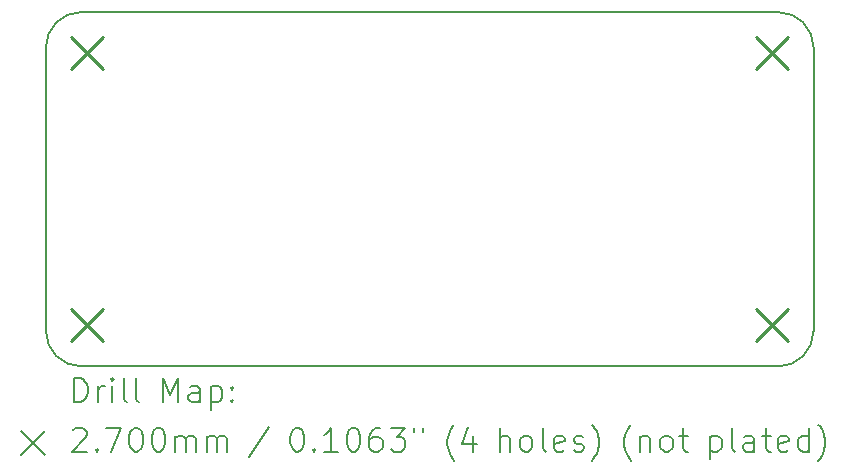
<source format=gbr>
%TF.GenerationSoftware,KiCad,Pcbnew,(7.0.0)*%
%TF.CreationDate,2023-08-14T16:39:57+01:00*%
%TF.ProjectId,DevKit2022-Kicad7,4465764b-6974-4323-9032-322d4b696361,v1.0*%
%TF.SameCoordinates,Original*%
%TF.FileFunction,Drillmap*%
%TF.FilePolarity,Positive*%
%FSLAX45Y45*%
G04 Gerber Fmt 4.5, Leading zero omitted, Abs format (unit mm)*
G04 Created by KiCad (PCBNEW (7.0.0)) date 2023-08-14 16:39:57*
%MOMM*%
%LPD*%
G01*
G04 APERTURE LIST*
%ADD10C,0.150000*%
%ADD11C,0.200000*%
%ADD12C,0.270000*%
G04 APERTURE END LIST*
D10*
X20844000Y-10448200D02*
G75*
G03*
X20544000Y-10148200I-300000J0D01*
G01*
X14344000Y-12848200D02*
G75*
G03*
X14644000Y-13148200I300000J0D01*
G01*
X14644000Y-10148200D02*
G75*
G03*
X14344000Y-10448200I0J-300000D01*
G01*
X14344000Y-12848200D02*
X14344000Y-10448200D01*
X14644000Y-10148200D02*
X20544000Y-10148200D01*
X20844000Y-10448200D02*
X20844000Y-12848200D01*
X20544000Y-13148200D02*
G75*
G03*
X20844000Y-12848200I0J300000D01*
G01*
X20494000Y-13148200D02*
X20544000Y-13148200D01*
X14694000Y-13148200D02*
X20494000Y-13148200D01*
X14694000Y-13148200D02*
X14644000Y-13148200D01*
D11*
D12*
X14559000Y-10363200D02*
X14829000Y-10633200D01*
X14829000Y-10363200D02*
X14559000Y-10633200D01*
X14559000Y-12664440D02*
X14829000Y-12934440D01*
X14829000Y-12664440D02*
X14559000Y-12934440D01*
X20357820Y-12664440D02*
X20627820Y-12934440D01*
X20627820Y-12664440D02*
X20357820Y-12934440D01*
X20359344Y-10363200D02*
X20629344Y-10633200D01*
X20629344Y-10363200D02*
X20359344Y-10633200D01*
D11*
X14584119Y-13449176D02*
X14584119Y-13249176D01*
X14584119Y-13249176D02*
X14631738Y-13249176D01*
X14631738Y-13249176D02*
X14660309Y-13258700D01*
X14660309Y-13258700D02*
X14679357Y-13277748D01*
X14679357Y-13277748D02*
X14688881Y-13296795D01*
X14688881Y-13296795D02*
X14698405Y-13334890D01*
X14698405Y-13334890D02*
X14698405Y-13363462D01*
X14698405Y-13363462D02*
X14688881Y-13401557D01*
X14688881Y-13401557D02*
X14679357Y-13420605D01*
X14679357Y-13420605D02*
X14660309Y-13439652D01*
X14660309Y-13439652D02*
X14631738Y-13449176D01*
X14631738Y-13449176D02*
X14584119Y-13449176D01*
X14784119Y-13449176D02*
X14784119Y-13315843D01*
X14784119Y-13353938D02*
X14793643Y-13334890D01*
X14793643Y-13334890D02*
X14803167Y-13325367D01*
X14803167Y-13325367D02*
X14822214Y-13315843D01*
X14822214Y-13315843D02*
X14841262Y-13315843D01*
X14907928Y-13449176D02*
X14907928Y-13315843D01*
X14907928Y-13249176D02*
X14898405Y-13258700D01*
X14898405Y-13258700D02*
X14907928Y-13268224D01*
X14907928Y-13268224D02*
X14917452Y-13258700D01*
X14917452Y-13258700D02*
X14907928Y-13249176D01*
X14907928Y-13249176D02*
X14907928Y-13268224D01*
X15031738Y-13449176D02*
X15012690Y-13439652D01*
X15012690Y-13439652D02*
X15003167Y-13420605D01*
X15003167Y-13420605D02*
X15003167Y-13249176D01*
X15136500Y-13449176D02*
X15117452Y-13439652D01*
X15117452Y-13439652D02*
X15107928Y-13420605D01*
X15107928Y-13420605D02*
X15107928Y-13249176D01*
X15332690Y-13449176D02*
X15332690Y-13249176D01*
X15332690Y-13249176D02*
X15399357Y-13392033D01*
X15399357Y-13392033D02*
X15466024Y-13249176D01*
X15466024Y-13249176D02*
X15466024Y-13449176D01*
X15646976Y-13449176D02*
X15646976Y-13344414D01*
X15646976Y-13344414D02*
X15637452Y-13325367D01*
X15637452Y-13325367D02*
X15618405Y-13315843D01*
X15618405Y-13315843D02*
X15580309Y-13315843D01*
X15580309Y-13315843D02*
X15561262Y-13325367D01*
X15646976Y-13439652D02*
X15627928Y-13449176D01*
X15627928Y-13449176D02*
X15580309Y-13449176D01*
X15580309Y-13449176D02*
X15561262Y-13439652D01*
X15561262Y-13439652D02*
X15551738Y-13420605D01*
X15551738Y-13420605D02*
X15551738Y-13401557D01*
X15551738Y-13401557D02*
X15561262Y-13382509D01*
X15561262Y-13382509D02*
X15580309Y-13372986D01*
X15580309Y-13372986D02*
X15627928Y-13372986D01*
X15627928Y-13372986D02*
X15646976Y-13363462D01*
X15742214Y-13315843D02*
X15742214Y-13515843D01*
X15742214Y-13325367D02*
X15761262Y-13315843D01*
X15761262Y-13315843D02*
X15799357Y-13315843D01*
X15799357Y-13315843D02*
X15818405Y-13325367D01*
X15818405Y-13325367D02*
X15827928Y-13334890D01*
X15827928Y-13334890D02*
X15837452Y-13353938D01*
X15837452Y-13353938D02*
X15837452Y-13411081D01*
X15837452Y-13411081D02*
X15827928Y-13430128D01*
X15827928Y-13430128D02*
X15818405Y-13439652D01*
X15818405Y-13439652D02*
X15799357Y-13449176D01*
X15799357Y-13449176D02*
X15761262Y-13449176D01*
X15761262Y-13449176D02*
X15742214Y-13439652D01*
X15923167Y-13430128D02*
X15932690Y-13439652D01*
X15932690Y-13439652D02*
X15923167Y-13449176D01*
X15923167Y-13449176D02*
X15913643Y-13439652D01*
X15913643Y-13439652D02*
X15923167Y-13430128D01*
X15923167Y-13430128D02*
X15923167Y-13449176D01*
X15923167Y-13325367D02*
X15932690Y-13334890D01*
X15932690Y-13334890D02*
X15923167Y-13344414D01*
X15923167Y-13344414D02*
X15913643Y-13334890D01*
X15913643Y-13334890D02*
X15923167Y-13325367D01*
X15923167Y-13325367D02*
X15923167Y-13344414D01*
X14136500Y-13695700D02*
X14336500Y-13895700D01*
X14336500Y-13695700D02*
X14136500Y-13895700D01*
X14574595Y-13688224D02*
X14584119Y-13678700D01*
X14584119Y-13678700D02*
X14603167Y-13669176D01*
X14603167Y-13669176D02*
X14650786Y-13669176D01*
X14650786Y-13669176D02*
X14669833Y-13678700D01*
X14669833Y-13678700D02*
X14679357Y-13688224D01*
X14679357Y-13688224D02*
X14688881Y-13707271D01*
X14688881Y-13707271D02*
X14688881Y-13726319D01*
X14688881Y-13726319D02*
X14679357Y-13754890D01*
X14679357Y-13754890D02*
X14565071Y-13869176D01*
X14565071Y-13869176D02*
X14688881Y-13869176D01*
X14774595Y-13850128D02*
X14784119Y-13859652D01*
X14784119Y-13859652D02*
X14774595Y-13869176D01*
X14774595Y-13869176D02*
X14765071Y-13859652D01*
X14765071Y-13859652D02*
X14774595Y-13850128D01*
X14774595Y-13850128D02*
X14774595Y-13869176D01*
X14850786Y-13669176D02*
X14984119Y-13669176D01*
X14984119Y-13669176D02*
X14898405Y-13869176D01*
X15098405Y-13669176D02*
X15117452Y-13669176D01*
X15117452Y-13669176D02*
X15136500Y-13678700D01*
X15136500Y-13678700D02*
X15146024Y-13688224D01*
X15146024Y-13688224D02*
X15155548Y-13707271D01*
X15155548Y-13707271D02*
X15165071Y-13745367D01*
X15165071Y-13745367D02*
X15165071Y-13792986D01*
X15165071Y-13792986D02*
X15155548Y-13831081D01*
X15155548Y-13831081D02*
X15146024Y-13850128D01*
X15146024Y-13850128D02*
X15136500Y-13859652D01*
X15136500Y-13859652D02*
X15117452Y-13869176D01*
X15117452Y-13869176D02*
X15098405Y-13869176D01*
X15098405Y-13869176D02*
X15079357Y-13859652D01*
X15079357Y-13859652D02*
X15069833Y-13850128D01*
X15069833Y-13850128D02*
X15060309Y-13831081D01*
X15060309Y-13831081D02*
X15050786Y-13792986D01*
X15050786Y-13792986D02*
X15050786Y-13745367D01*
X15050786Y-13745367D02*
X15060309Y-13707271D01*
X15060309Y-13707271D02*
X15069833Y-13688224D01*
X15069833Y-13688224D02*
X15079357Y-13678700D01*
X15079357Y-13678700D02*
X15098405Y-13669176D01*
X15288881Y-13669176D02*
X15307929Y-13669176D01*
X15307929Y-13669176D02*
X15326976Y-13678700D01*
X15326976Y-13678700D02*
X15336500Y-13688224D01*
X15336500Y-13688224D02*
X15346024Y-13707271D01*
X15346024Y-13707271D02*
X15355548Y-13745367D01*
X15355548Y-13745367D02*
X15355548Y-13792986D01*
X15355548Y-13792986D02*
X15346024Y-13831081D01*
X15346024Y-13831081D02*
X15336500Y-13850128D01*
X15336500Y-13850128D02*
X15326976Y-13859652D01*
X15326976Y-13859652D02*
X15307929Y-13869176D01*
X15307929Y-13869176D02*
X15288881Y-13869176D01*
X15288881Y-13869176D02*
X15269833Y-13859652D01*
X15269833Y-13859652D02*
X15260309Y-13850128D01*
X15260309Y-13850128D02*
X15250786Y-13831081D01*
X15250786Y-13831081D02*
X15241262Y-13792986D01*
X15241262Y-13792986D02*
X15241262Y-13745367D01*
X15241262Y-13745367D02*
X15250786Y-13707271D01*
X15250786Y-13707271D02*
X15260309Y-13688224D01*
X15260309Y-13688224D02*
X15269833Y-13678700D01*
X15269833Y-13678700D02*
X15288881Y-13669176D01*
X15441262Y-13869176D02*
X15441262Y-13735843D01*
X15441262Y-13754890D02*
X15450786Y-13745367D01*
X15450786Y-13745367D02*
X15469833Y-13735843D01*
X15469833Y-13735843D02*
X15498405Y-13735843D01*
X15498405Y-13735843D02*
X15517452Y-13745367D01*
X15517452Y-13745367D02*
X15526976Y-13764414D01*
X15526976Y-13764414D02*
X15526976Y-13869176D01*
X15526976Y-13764414D02*
X15536500Y-13745367D01*
X15536500Y-13745367D02*
X15555548Y-13735843D01*
X15555548Y-13735843D02*
X15584119Y-13735843D01*
X15584119Y-13735843D02*
X15603167Y-13745367D01*
X15603167Y-13745367D02*
X15612690Y-13764414D01*
X15612690Y-13764414D02*
X15612690Y-13869176D01*
X15707929Y-13869176D02*
X15707929Y-13735843D01*
X15707929Y-13754890D02*
X15717452Y-13745367D01*
X15717452Y-13745367D02*
X15736500Y-13735843D01*
X15736500Y-13735843D02*
X15765071Y-13735843D01*
X15765071Y-13735843D02*
X15784119Y-13745367D01*
X15784119Y-13745367D02*
X15793643Y-13764414D01*
X15793643Y-13764414D02*
X15793643Y-13869176D01*
X15793643Y-13764414D02*
X15803167Y-13745367D01*
X15803167Y-13745367D02*
X15822214Y-13735843D01*
X15822214Y-13735843D02*
X15850786Y-13735843D01*
X15850786Y-13735843D02*
X15869833Y-13745367D01*
X15869833Y-13745367D02*
X15879357Y-13764414D01*
X15879357Y-13764414D02*
X15879357Y-13869176D01*
X16237452Y-13659652D02*
X16066024Y-13916795D01*
X16462214Y-13669176D02*
X16481262Y-13669176D01*
X16481262Y-13669176D02*
X16500310Y-13678700D01*
X16500310Y-13678700D02*
X16509833Y-13688224D01*
X16509833Y-13688224D02*
X16519357Y-13707271D01*
X16519357Y-13707271D02*
X16528881Y-13745367D01*
X16528881Y-13745367D02*
X16528881Y-13792986D01*
X16528881Y-13792986D02*
X16519357Y-13831081D01*
X16519357Y-13831081D02*
X16509833Y-13850128D01*
X16509833Y-13850128D02*
X16500310Y-13859652D01*
X16500310Y-13859652D02*
X16481262Y-13869176D01*
X16481262Y-13869176D02*
X16462214Y-13869176D01*
X16462214Y-13869176D02*
X16443167Y-13859652D01*
X16443167Y-13859652D02*
X16433643Y-13850128D01*
X16433643Y-13850128D02*
X16424119Y-13831081D01*
X16424119Y-13831081D02*
X16414595Y-13792986D01*
X16414595Y-13792986D02*
X16414595Y-13745367D01*
X16414595Y-13745367D02*
X16424119Y-13707271D01*
X16424119Y-13707271D02*
X16433643Y-13688224D01*
X16433643Y-13688224D02*
X16443167Y-13678700D01*
X16443167Y-13678700D02*
X16462214Y-13669176D01*
X16614595Y-13850128D02*
X16624119Y-13859652D01*
X16624119Y-13859652D02*
X16614595Y-13869176D01*
X16614595Y-13869176D02*
X16605071Y-13859652D01*
X16605071Y-13859652D02*
X16614595Y-13850128D01*
X16614595Y-13850128D02*
X16614595Y-13869176D01*
X16814595Y-13869176D02*
X16700310Y-13869176D01*
X16757452Y-13869176D02*
X16757452Y-13669176D01*
X16757452Y-13669176D02*
X16738405Y-13697748D01*
X16738405Y-13697748D02*
X16719357Y-13716795D01*
X16719357Y-13716795D02*
X16700310Y-13726319D01*
X16938405Y-13669176D02*
X16957453Y-13669176D01*
X16957453Y-13669176D02*
X16976500Y-13678700D01*
X16976500Y-13678700D02*
X16986024Y-13688224D01*
X16986024Y-13688224D02*
X16995548Y-13707271D01*
X16995548Y-13707271D02*
X17005072Y-13745367D01*
X17005072Y-13745367D02*
X17005072Y-13792986D01*
X17005072Y-13792986D02*
X16995548Y-13831081D01*
X16995548Y-13831081D02*
X16986024Y-13850128D01*
X16986024Y-13850128D02*
X16976500Y-13859652D01*
X16976500Y-13859652D02*
X16957453Y-13869176D01*
X16957453Y-13869176D02*
X16938405Y-13869176D01*
X16938405Y-13869176D02*
X16919357Y-13859652D01*
X16919357Y-13859652D02*
X16909833Y-13850128D01*
X16909833Y-13850128D02*
X16900310Y-13831081D01*
X16900310Y-13831081D02*
X16890786Y-13792986D01*
X16890786Y-13792986D02*
X16890786Y-13745367D01*
X16890786Y-13745367D02*
X16900310Y-13707271D01*
X16900310Y-13707271D02*
X16909833Y-13688224D01*
X16909833Y-13688224D02*
X16919357Y-13678700D01*
X16919357Y-13678700D02*
X16938405Y-13669176D01*
X17176500Y-13669176D02*
X17138405Y-13669176D01*
X17138405Y-13669176D02*
X17119357Y-13678700D01*
X17119357Y-13678700D02*
X17109833Y-13688224D01*
X17109833Y-13688224D02*
X17090786Y-13716795D01*
X17090786Y-13716795D02*
X17081262Y-13754890D01*
X17081262Y-13754890D02*
X17081262Y-13831081D01*
X17081262Y-13831081D02*
X17090786Y-13850128D01*
X17090786Y-13850128D02*
X17100310Y-13859652D01*
X17100310Y-13859652D02*
X17119357Y-13869176D01*
X17119357Y-13869176D02*
X17157453Y-13869176D01*
X17157453Y-13869176D02*
X17176500Y-13859652D01*
X17176500Y-13859652D02*
X17186024Y-13850128D01*
X17186024Y-13850128D02*
X17195548Y-13831081D01*
X17195548Y-13831081D02*
X17195548Y-13783462D01*
X17195548Y-13783462D02*
X17186024Y-13764414D01*
X17186024Y-13764414D02*
X17176500Y-13754890D01*
X17176500Y-13754890D02*
X17157453Y-13745367D01*
X17157453Y-13745367D02*
X17119357Y-13745367D01*
X17119357Y-13745367D02*
X17100310Y-13754890D01*
X17100310Y-13754890D02*
X17090786Y-13764414D01*
X17090786Y-13764414D02*
X17081262Y-13783462D01*
X17262214Y-13669176D02*
X17386024Y-13669176D01*
X17386024Y-13669176D02*
X17319357Y-13745367D01*
X17319357Y-13745367D02*
X17347929Y-13745367D01*
X17347929Y-13745367D02*
X17366976Y-13754890D01*
X17366976Y-13754890D02*
X17376500Y-13764414D01*
X17376500Y-13764414D02*
X17386024Y-13783462D01*
X17386024Y-13783462D02*
X17386024Y-13831081D01*
X17386024Y-13831081D02*
X17376500Y-13850128D01*
X17376500Y-13850128D02*
X17366976Y-13859652D01*
X17366976Y-13859652D02*
X17347929Y-13869176D01*
X17347929Y-13869176D02*
X17290786Y-13869176D01*
X17290786Y-13869176D02*
X17271738Y-13859652D01*
X17271738Y-13859652D02*
X17262214Y-13850128D01*
X17462214Y-13669176D02*
X17462214Y-13707271D01*
X17538405Y-13669176D02*
X17538405Y-13707271D01*
X17801262Y-13945367D02*
X17791738Y-13935843D01*
X17791738Y-13935843D02*
X17772691Y-13907271D01*
X17772691Y-13907271D02*
X17763167Y-13888224D01*
X17763167Y-13888224D02*
X17753643Y-13859652D01*
X17753643Y-13859652D02*
X17744119Y-13812033D01*
X17744119Y-13812033D02*
X17744119Y-13773938D01*
X17744119Y-13773938D02*
X17753643Y-13726319D01*
X17753643Y-13726319D02*
X17763167Y-13697748D01*
X17763167Y-13697748D02*
X17772691Y-13678700D01*
X17772691Y-13678700D02*
X17791738Y-13650128D01*
X17791738Y-13650128D02*
X17801262Y-13640605D01*
X17963167Y-13735843D02*
X17963167Y-13869176D01*
X17915548Y-13659652D02*
X17867929Y-13802509D01*
X17867929Y-13802509D02*
X17991738Y-13802509D01*
X18187929Y-13869176D02*
X18187929Y-13669176D01*
X18273643Y-13869176D02*
X18273643Y-13764414D01*
X18273643Y-13764414D02*
X18264119Y-13745367D01*
X18264119Y-13745367D02*
X18245072Y-13735843D01*
X18245072Y-13735843D02*
X18216500Y-13735843D01*
X18216500Y-13735843D02*
X18197453Y-13745367D01*
X18197453Y-13745367D02*
X18187929Y-13754890D01*
X18397453Y-13869176D02*
X18378405Y-13859652D01*
X18378405Y-13859652D02*
X18368881Y-13850128D01*
X18368881Y-13850128D02*
X18359357Y-13831081D01*
X18359357Y-13831081D02*
X18359357Y-13773938D01*
X18359357Y-13773938D02*
X18368881Y-13754890D01*
X18368881Y-13754890D02*
X18378405Y-13745367D01*
X18378405Y-13745367D02*
X18397453Y-13735843D01*
X18397453Y-13735843D02*
X18426024Y-13735843D01*
X18426024Y-13735843D02*
X18445072Y-13745367D01*
X18445072Y-13745367D02*
X18454595Y-13754890D01*
X18454595Y-13754890D02*
X18464119Y-13773938D01*
X18464119Y-13773938D02*
X18464119Y-13831081D01*
X18464119Y-13831081D02*
X18454595Y-13850128D01*
X18454595Y-13850128D02*
X18445072Y-13859652D01*
X18445072Y-13859652D02*
X18426024Y-13869176D01*
X18426024Y-13869176D02*
X18397453Y-13869176D01*
X18578405Y-13869176D02*
X18559357Y-13859652D01*
X18559357Y-13859652D02*
X18549834Y-13840605D01*
X18549834Y-13840605D02*
X18549834Y-13669176D01*
X18730786Y-13859652D02*
X18711738Y-13869176D01*
X18711738Y-13869176D02*
X18673643Y-13869176D01*
X18673643Y-13869176D02*
X18654595Y-13859652D01*
X18654595Y-13859652D02*
X18645072Y-13840605D01*
X18645072Y-13840605D02*
X18645072Y-13764414D01*
X18645072Y-13764414D02*
X18654595Y-13745367D01*
X18654595Y-13745367D02*
X18673643Y-13735843D01*
X18673643Y-13735843D02*
X18711738Y-13735843D01*
X18711738Y-13735843D02*
X18730786Y-13745367D01*
X18730786Y-13745367D02*
X18740310Y-13764414D01*
X18740310Y-13764414D02*
X18740310Y-13783462D01*
X18740310Y-13783462D02*
X18645072Y-13802509D01*
X18816500Y-13859652D02*
X18835548Y-13869176D01*
X18835548Y-13869176D02*
X18873643Y-13869176D01*
X18873643Y-13869176D02*
X18892691Y-13859652D01*
X18892691Y-13859652D02*
X18902215Y-13840605D01*
X18902215Y-13840605D02*
X18902215Y-13831081D01*
X18902215Y-13831081D02*
X18892691Y-13812033D01*
X18892691Y-13812033D02*
X18873643Y-13802509D01*
X18873643Y-13802509D02*
X18845072Y-13802509D01*
X18845072Y-13802509D02*
X18826024Y-13792986D01*
X18826024Y-13792986D02*
X18816500Y-13773938D01*
X18816500Y-13773938D02*
X18816500Y-13764414D01*
X18816500Y-13764414D02*
X18826024Y-13745367D01*
X18826024Y-13745367D02*
X18845072Y-13735843D01*
X18845072Y-13735843D02*
X18873643Y-13735843D01*
X18873643Y-13735843D02*
X18892691Y-13745367D01*
X18968881Y-13945367D02*
X18978405Y-13935843D01*
X18978405Y-13935843D02*
X18997453Y-13907271D01*
X18997453Y-13907271D02*
X19006976Y-13888224D01*
X19006976Y-13888224D02*
X19016500Y-13859652D01*
X19016500Y-13859652D02*
X19026024Y-13812033D01*
X19026024Y-13812033D02*
X19026024Y-13773938D01*
X19026024Y-13773938D02*
X19016500Y-13726319D01*
X19016500Y-13726319D02*
X19006976Y-13697748D01*
X19006976Y-13697748D02*
X18997453Y-13678700D01*
X18997453Y-13678700D02*
X18978405Y-13650128D01*
X18978405Y-13650128D02*
X18968881Y-13640605D01*
X19298405Y-13945367D02*
X19288881Y-13935843D01*
X19288881Y-13935843D02*
X19269834Y-13907271D01*
X19269834Y-13907271D02*
X19260310Y-13888224D01*
X19260310Y-13888224D02*
X19250786Y-13859652D01*
X19250786Y-13859652D02*
X19241262Y-13812033D01*
X19241262Y-13812033D02*
X19241262Y-13773938D01*
X19241262Y-13773938D02*
X19250786Y-13726319D01*
X19250786Y-13726319D02*
X19260310Y-13697748D01*
X19260310Y-13697748D02*
X19269834Y-13678700D01*
X19269834Y-13678700D02*
X19288881Y-13650128D01*
X19288881Y-13650128D02*
X19298405Y-13640605D01*
X19374595Y-13735843D02*
X19374595Y-13869176D01*
X19374595Y-13754890D02*
X19384119Y-13745367D01*
X19384119Y-13745367D02*
X19403167Y-13735843D01*
X19403167Y-13735843D02*
X19431738Y-13735843D01*
X19431738Y-13735843D02*
X19450786Y-13745367D01*
X19450786Y-13745367D02*
X19460310Y-13764414D01*
X19460310Y-13764414D02*
X19460310Y-13869176D01*
X19584119Y-13869176D02*
X19565072Y-13859652D01*
X19565072Y-13859652D02*
X19555548Y-13850128D01*
X19555548Y-13850128D02*
X19546024Y-13831081D01*
X19546024Y-13831081D02*
X19546024Y-13773938D01*
X19546024Y-13773938D02*
X19555548Y-13754890D01*
X19555548Y-13754890D02*
X19565072Y-13745367D01*
X19565072Y-13745367D02*
X19584119Y-13735843D01*
X19584119Y-13735843D02*
X19612691Y-13735843D01*
X19612691Y-13735843D02*
X19631738Y-13745367D01*
X19631738Y-13745367D02*
X19641262Y-13754890D01*
X19641262Y-13754890D02*
X19650786Y-13773938D01*
X19650786Y-13773938D02*
X19650786Y-13831081D01*
X19650786Y-13831081D02*
X19641262Y-13850128D01*
X19641262Y-13850128D02*
X19631738Y-13859652D01*
X19631738Y-13859652D02*
X19612691Y-13869176D01*
X19612691Y-13869176D02*
X19584119Y-13869176D01*
X19707929Y-13735843D02*
X19784119Y-13735843D01*
X19736500Y-13669176D02*
X19736500Y-13840605D01*
X19736500Y-13840605D02*
X19746024Y-13859652D01*
X19746024Y-13859652D02*
X19765072Y-13869176D01*
X19765072Y-13869176D02*
X19784119Y-13869176D01*
X19970786Y-13735843D02*
X19970786Y-13935843D01*
X19970786Y-13745367D02*
X19989834Y-13735843D01*
X19989834Y-13735843D02*
X20027929Y-13735843D01*
X20027929Y-13735843D02*
X20046976Y-13745367D01*
X20046976Y-13745367D02*
X20056500Y-13754890D01*
X20056500Y-13754890D02*
X20066024Y-13773938D01*
X20066024Y-13773938D02*
X20066024Y-13831081D01*
X20066024Y-13831081D02*
X20056500Y-13850128D01*
X20056500Y-13850128D02*
X20046976Y-13859652D01*
X20046976Y-13859652D02*
X20027929Y-13869176D01*
X20027929Y-13869176D02*
X19989834Y-13869176D01*
X19989834Y-13869176D02*
X19970786Y-13859652D01*
X20180310Y-13869176D02*
X20161262Y-13859652D01*
X20161262Y-13859652D02*
X20151738Y-13840605D01*
X20151738Y-13840605D02*
X20151738Y-13669176D01*
X20342215Y-13869176D02*
X20342215Y-13764414D01*
X20342215Y-13764414D02*
X20332691Y-13745367D01*
X20332691Y-13745367D02*
X20313643Y-13735843D01*
X20313643Y-13735843D02*
X20275548Y-13735843D01*
X20275548Y-13735843D02*
X20256500Y-13745367D01*
X20342215Y-13859652D02*
X20323167Y-13869176D01*
X20323167Y-13869176D02*
X20275548Y-13869176D01*
X20275548Y-13869176D02*
X20256500Y-13859652D01*
X20256500Y-13859652D02*
X20246976Y-13840605D01*
X20246976Y-13840605D02*
X20246976Y-13821557D01*
X20246976Y-13821557D02*
X20256500Y-13802509D01*
X20256500Y-13802509D02*
X20275548Y-13792986D01*
X20275548Y-13792986D02*
X20323167Y-13792986D01*
X20323167Y-13792986D02*
X20342215Y-13783462D01*
X20408881Y-13735843D02*
X20485072Y-13735843D01*
X20437453Y-13669176D02*
X20437453Y-13840605D01*
X20437453Y-13840605D02*
X20446976Y-13859652D01*
X20446976Y-13859652D02*
X20466024Y-13869176D01*
X20466024Y-13869176D02*
X20485072Y-13869176D01*
X20627929Y-13859652D02*
X20608881Y-13869176D01*
X20608881Y-13869176D02*
X20570786Y-13869176D01*
X20570786Y-13869176D02*
X20551738Y-13859652D01*
X20551738Y-13859652D02*
X20542215Y-13840605D01*
X20542215Y-13840605D02*
X20542215Y-13764414D01*
X20542215Y-13764414D02*
X20551738Y-13745367D01*
X20551738Y-13745367D02*
X20570786Y-13735843D01*
X20570786Y-13735843D02*
X20608881Y-13735843D01*
X20608881Y-13735843D02*
X20627929Y-13745367D01*
X20627929Y-13745367D02*
X20637453Y-13764414D01*
X20637453Y-13764414D02*
X20637453Y-13783462D01*
X20637453Y-13783462D02*
X20542215Y-13802509D01*
X20808881Y-13869176D02*
X20808881Y-13669176D01*
X20808881Y-13859652D02*
X20789834Y-13869176D01*
X20789834Y-13869176D02*
X20751738Y-13869176D01*
X20751738Y-13869176D02*
X20732691Y-13859652D01*
X20732691Y-13859652D02*
X20723167Y-13850128D01*
X20723167Y-13850128D02*
X20713643Y-13831081D01*
X20713643Y-13831081D02*
X20713643Y-13773938D01*
X20713643Y-13773938D02*
X20723167Y-13754890D01*
X20723167Y-13754890D02*
X20732691Y-13745367D01*
X20732691Y-13745367D02*
X20751738Y-13735843D01*
X20751738Y-13735843D02*
X20789834Y-13735843D01*
X20789834Y-13735843D02*
X20808881Y-13745367D01*
X20885072Y-13945367D02*
X20894596Y-13935843D01*
X20894596Y-13935843D02*
X20913643Y-13907271D01*
X20913643Y-13907271D02*
X20923167Y-13888224D01*
X20923167Y-13888224D02*
X20932691Y-13859652D01*
X20932691Y-13859652D02*
X20942215Y-13812033D01*
X20942215Y-13812033D02*
X20942215Y-13773938D01*
X20942215Y-13773938D02*
X20932691Y-13726319D01*
X20932691Y-13726319D02*
X20923167Y-13697748D01*
X20923167Y-13697748D02*
X20913643Y-13678700D01*
X20913643Y-13678700D02*
X20894596Y-13650128D01*
X20894596Y-13650128D02*
X20885072Y-13640605D01*
M02*

</source>
